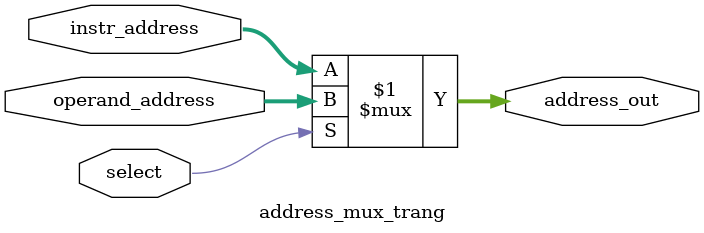
<source format=v>
`timescale 1ns / 1ps


module address_mux_trang #(
    parameter WIDTH_ADDRESS_BIT = 5  
) (
    input [WIDTH_ADDRESS_BIT-1:0] instr_address, 
    input [WIDTH_ADDRESS_BIT-1:0] operand_address, 
    input select, 
    output [WIDTH_ADDRESS_BIT-1:0] address_out 
);
    assign address_out = (select) ? operand_address:instr_address ;

endmodule

</source>
